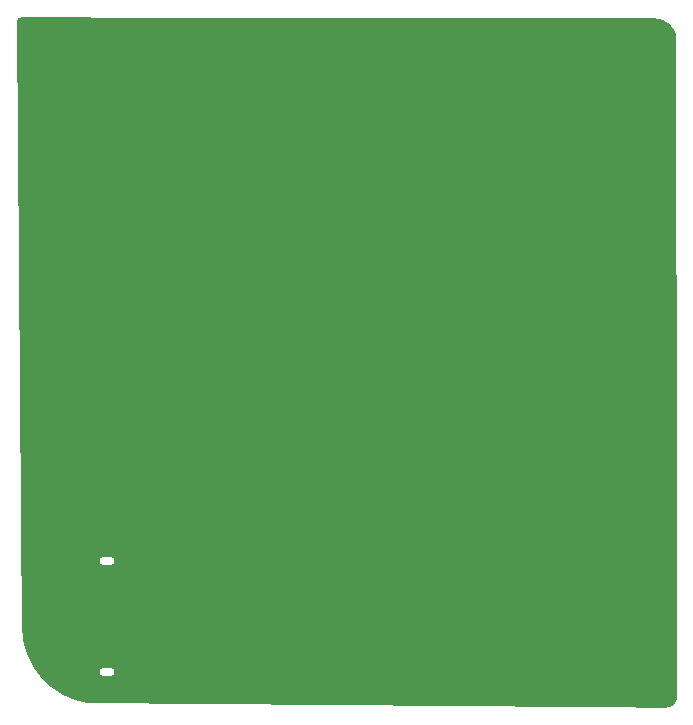
<source format=gbr>
G04 DipTrace 3.2.0.1*
G04 Board.gbr*
%MOIN*%
G04 #@! TF.FileFunction,Drawing,Board polygon*
G04 #@! TF.Part,Single*
%ADD16O,0.051X0.028*%
%FSLAX26Y26*%
G04*
G70*
G90*
G75*
G01*
G04 BoardPoly*
%LPD*%
G36*
X394000Y2683125D2*
G02X409000Y2695125I15500J-4000D01*
G01*
X2524000Y2692125D1*
G02X2593000Y2638125I-4773J-77182D01*
G01*
X2596000Y427125D1*
G02X2557000Y394125I-36000J3000D01*
G01*
X634000Y409125D1*
G02X412000Y661125I35676J255215D01*
G01*
X394000Y2683125D1*
G37*
G04 BoardPoly Clear*
%LPC*%
D16*
X697000Y513625D3*
Y882625D3*
M02*

</source>
